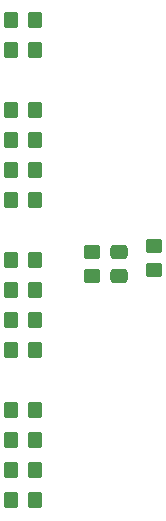
<source format=gbr>
%TF.GenerationSoftware,KiCad,Pcbnew,(5.99.0-8075-g8416c1fc37)*%
%TF.CreationDate,2021-06-27T17:30:08+01:00*%
%TF.ProjectId,picovga,7069636f-7667-4612-9e6b-696361645f70,rev?*%
%TF.SameCoordinates,Original*%
%TF.FileFunction,Paste,Top*%
%TF.FilePolarity,Positive*%
%FSLAX46Y46*%
G04 Gerber Fmt 4.6, Leading zero omitted, Abs format (unit mm)*
G04 Created by KiCad (PCBNEW (5.99.0-8075-g8416c1fc37)) date 2021-06-27 17:30:08*
%MOMM*%
%LPD*%
G01*
G04 APERTURE LIST*
G04 Aperture macros list*
%AMRoundRect*
0 Rectangle with rounded corners*
0 $1 Rounding radius*
0 $2 $3 $4 $5 $6 $7 $8 $9 X,Y pos of 4 corners*
0 Add a 4 corners polygon primitive as box body*
4,1,4,$2,$3,$4,$5,$6,$7,$8,$9,$2,$3,0*
0 Add four circle primitives for the rounded corners*
1,1,$1+$1,$2,$3,0*
1,1,$1+$1,$4,$5,0*
1,1,$1+$1,$6,$7,0*
1,1,$1+$1,$8,$9,0*
0 Add four rect primitives between the rounded corners*
20,1,$1+$1,$2,$3,$4,$5,0*
20,1,$1+$1,$4,$5,$6,$7,0*
20,1,$1+$1,$6,$7,$8,$9,0*
20,1,$1+$1,$8,$9,$2,$3,0*%
G04 Aperture macros list end*
%ADD10RoundRect,0.250000X-0.350000X-0.450000X0.350000X-0.450000X0.350000X0.450000X-0.350000X0.450000X0*%
%ADD11RoundRect,0.250000X0.350000X0.450000X-0.350000X0.450000X-0.350000X-0.450000X0.350000X-0.450000X0*%
%ADD12RoundRect,0.250000X-0.475000X0.337500X-0.475000X-0.337500X0.475000X-0.337500X0.475000X0.337500X0*%
%ADD13RoundRect,0.250000X-0.450000X0.350000X-0.450000X-0.350000X0.450000X-0.350000X0.450000X0.350000X0*%
%ADD14RoundRect,0.250000X0.450000X-0.350000X0.450000X0.350000X-0.450000X0.350000X-0.450000X-0.350000X0*%
G04 APERTURE END LIST*
D10*
%TO.C,R12*%
X162380343Y-98426662D03*
X164380343Y-98426662D03*
%TD*%
D11*
%TO.C,R13*%
X164383744Y-100964363D03*
X162383744Y-100964363D03*
%TD*%
D10*
%TO.C,R6*%
X162375390Y-78108531D03*
X164375390Y-78108531D03*
%TD*%
%TO.C,R8*%
X162383299Y-85730358D03*
X164383299Y-85730358D03*
%TD*%
%TO.C,R4*%
X162378463Y-73019919D03*
X164378463Y-73019919D03*
%TD*%
%TO.C,R11*%
X162379298Y-95886606D03*
X164379298Y-95886606D03*
%TD*%
D12*
%TO.C,C1*%
X171500000Y-82462500D03*
X171500000Y-84537500D03*
%TD*%
D13*
%TO.C,R16*%
X169250000Y-82500000D03*
X169250000Y-84500000D03*
%TD*%
D10*
%TO.C,R2*%
X162382505Y-65410218D03*
X164382505Y-65410218D03*
%TD*%
%TO.C,R14*%
X162390090Y-103521542D03*
X164390090Y-103521542D03*
%TD*%
%TO.C,R3*%
X162382505Y-70515877D03*
X164382505Y-70515877D03*
%TD*%
%TO.C,R10*%
X162381824Y-90808651D03*
X164381824Y-90808651D03*
%TD*%
%TO.C,R1*%
X162382505Y-62880196D03*
X164382505Y-62880196D03*
%TD*%
%TO.C,R5*%
X162386041Y-75569627D03*
X164386041Y-75569627D03*
%TD*%
%TO.C,R7*%
X162379871Y-83198224D03*
X164379871Y-83198224D03*
%TD*%
%TO.C,R9*%
X162380037Y-88273194D03*
X164380037Y-88273194D03*
%TD*%
D14*
%TO.C,R15*%
X174500000Y-84000000D03*
X174500000Y-82000000D03*
%TD*%
M02*

</source>
